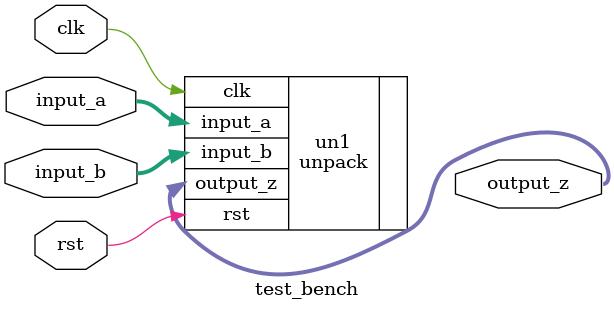
<source format=v>
module test_bench (
  input [31:0] input_a,
  input [31:0] input_b,
  output [31:0] output_z,
  input clk,
  input rst
);

unpack un1(
  .input_a(input_a),
  .input_b(input_b),
  .clk(clk),
  .rst(rst),
  .output_z(output_z));

endmodule

</source>
